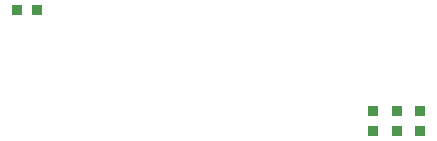
<source format=gbp>
G04*
G04 #@! TF.GenerationSoftware,Altium Limited,Altium Designer,23.4.1 (23)*
G04*
G04 Layer_Color=128*
%FSLAX44Y44*%
%MOMM*%
G71*
G04*
G04 #@! TF.SameCoordinates,9FFFCCE3-57C6-44D0-9ABF-11A32D4D8937*
G04*
G04*
G04 #@! TF.FilePolarity,Positive*
G04*
G01*
G75*
G04:AMPARAMS|DCode=24|XSize=0.9mm|YSize=0.8mm|CornerRadius=0.06mm|HoleSize=0mm|Usage=FLASHONLY|Rotation=90.000|XOffset=0mm|YOffset=0mm|HoleType=Round|Shape=RoundedRectangle|*
%AMROUNDEDRECTD24*
21,1,0.9000,0.6800,0,0,90.0*
21,1,0.7800,0.8000,0,0,90.0*
1,1,0.1200,0.3400,0.3900*
1,1,0.1200,0.3400,-0.3900*
1,1,0.1200,-0.3400,-0.3900*
1,1,0.1200,-0.3400,0.3900*
%
%ADD24ROUNDEDRECTD24*%
G04:AMPARAMS|DCode=29|XSize=0.9mm|YSize=0.8mm|CornerRadius=0.06mm|HoleSize=0mm|Usage=FLASHONLY|Rotation=0.000|XOffset=0mm|YOffset=0mm|HoleType=Round|Shape=RoundedRectangle|*
%AMROUNDEDRECTD29*
21,1,0.9000,0.6800,0,0,0.0*
21,1,0.7800,0.8000,0,0,0.0*
1,1,0.1200,0.3900,-0.3400*
1,1,0.1200,-0.3900,-0.3400*
1,1,0.1200,-0.3900,0.3400*
1,1,0.1200,0.3900,0.3400*
%
%ADD29ROUNDEDRECTD29*%
D24*
X525000Y206500D02*
D03*
Y223500D02*
D03*
X565000Y206500D02*
D03*
Y223500D02*
D03*
X545000D02*
D03*
Y206500D02*
D03*
D29*
X240500Y309000D02*
D03*
X223500D02*
D03*
M02*

</source>
